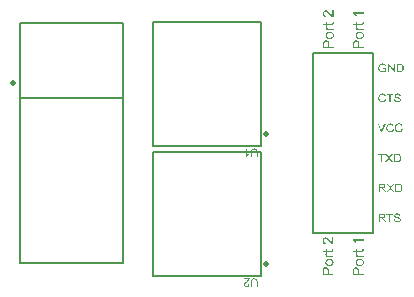
<source format=gto>
%FSLAX33Y33*%
%MOMM*%
%ADD10C,0.15*%
%ADD11C,0.5*%
%ADD12C,0.5*%
D10*
%LNtop silkscreen_traces*%
%LNtop silkscreen component 83f781a29e2f3094*%
G01*
X21577Y22725D02*
X21577Y12275D01*
X12423Y12275*
X12423Y22725*
X21577Y22725*
D11*
X21950Y13275D03*
G36*
X20794Y11309D02*
X20699Y11309D01*
X20699Y11723D01*
X20701Y11774D01*
X20705Y11820D01*
X20713Y11860D01*
X20724Y11894D01*
X20738Y11924D01*
X20758Y11952D01*
X20782Y11976D01*
X20812Y11997D01*
X20846Y12015D01*
X20885Y12027D01*
X20930Y12035D01*
X20979Y12037D01*
X21027Y12035D01*
X21070Y12029D01*
X21109Y12018D01*
X21143Y12003D01*
X21173Y11983D01*
X21198Y11960D01*
X21219Y11933D01*
X21235Y11902D01*
X21247Y11866D01*
X21255Y11825D01*
X21260Y11777D01*
X21262Y11723D01*
X21262Y11309D01*
X21167Y11309D01*
X21167Y11722D01*
X21166Y11766D01*
X21163Y11803D01*
X21158Y11835D01*
X21150Y11860D01*
X21140Y11881D01*
X21126Y11899D01*
X21110Y11915D01*
X21090Y11928D01*
X21068Y11938D01*
X21044Y11946D01*
X21017Y11950D01*
X20987Y11952D01*
X20939Y11949D01*
X20898Y11940D01*
X20864Y11925D01*
X20838Y11904D01*
X20819Y11875D01*
X20805Y11835D01*
X20797Y11784D01*
X20794Y11722D01*
X20794Y11309D01*
X20794Y11309D01*
X20246Y12025D02*
X20334Y12025D01*
X20334Y11465D01*
X20351Y11480D01*
X20371Y11495D01*
X20393Y11510D01*
X20417Y11525D01*
X20442Y11540D01*
X20466Y11552D01*
X20488Y11562D01*
X20510Y11571D01*
X20510Y11486D01*
X20474Y11468D01*
X20441Y11448D01*
X20410Y11426D01*
X20381Y11402D01*
X20355Y11377D01*
X20334Y11353D01*
X20316Y11330D01*
X20303Y11306D01*
X20246Y11306D01*
X20246Y12025D01*
X20246Y12025D01*
G37*
%LNtop silkscreen component 133d3bada370a9dd*%
D10*
X1157Y2340D02*
X1157Y22660D01*
X9843Y22660*
X9843Y2340*
X1157Y2340*
X1157Y16310D02*
X9843Y16310D01*
D12*
X0532Y17580D03*
%LNtop silkscreen component d35b117345b5d75e*%
D10*
X25960Y4880D02*
X25960Y20120D01*
X31040Y20120*
X31040Y4880*
X25960Y4880*
G36*
X31840Y18780D02*
X31840Y18865D01*
X32148Y18865D01*
X32148Y18596D01*
X32112Y18569D01*
X32076Y18546D01*
X32039Y18527D01*
X32001Y18511D01*
X31963Y18498D01*
X31925Y18489D01*
X31886Y18484D01*
X31847Y18482D01*
X31794Y18485D01*
X31744Y18493D01*
X31697Y18508D01*
X31652Y18528D01*
X31611Y18553D01*
X31575Y18584D01*
X31545Y18620D01*
X31520Y18661D01*
X31500Y18705D01*
X31486Y18752D01*
X31478Y18802D01*
X31475Y18855D01*
X31478Y18907D01*
X31486Y18957D01*
X31500Y19006D01*
X31519Y19053D01*
X31544Y19096D01*
X31574Y19133D01*
X31608Y19164D01*
X31647Y19189D01*
X31690Y19209D01*
X31737Y19223D01*
X31786Y19231D01*
X31839Y19234D01*
X31878Y19232D01*
X31914Y19228D01*
X31949Y19220D01*
X31982Y19209D01*
X32012Y19194D01*
X32039Y19178D01*
X32062Y19159D01*
X32082Y19137D01*
X32099Y19113D01*
X32114Y19085D01*
X32126Y19053D01*
X32137Y19018D01*
X32050Y18994D01*
X32041Y19021D01*
X32032Y19044D01*
X32021Y19064D01*
X32009Y19082D01*
X31996Y19097D01*
X31980Y19110D01*
X31961Y19122D01*
X31940Y19133D01*
X31917Y19141D01*
X31892Y19147D01*
X31867Y19151D01*
X31840Y19152D01*
X31808Y19150D01*
X31778Y19147D01*
X31751Y19140D01*
X31726Y19132D01*
X31703Y19121D01*
X31682Y19108D01*
X31664Y19094D01*
X31648Y19079D01*
X31634Y19062D01*
X31622Y19044D01*
X31611Y19026D01*
X31602Y19007D01*
X31590Y18972D01*
X31581Y18937D01*
X31576Y18899D01*
X31574Y18861D01*
X31576Y18814D01*
X31583Y18771D01*
X31593Y18733D01*
X31608Y18698D01*
X31626Y18667D01*
X31649Y18641D01*
X31675Y18619D01*
X31705Y18601D01*
X31738Y18587D01*
X31771Y18577D01*
X31806Y18571D01*
X31841Y18569D01*
X31872Y18570D01*
X31903Y18575D01*
X31933Y18582D01*
X31963Y18593D01*
X31991Y18605D01*
X32016Y18618D01*
X32036Y18631D01*
X32054Y18644D01*
X32054Y18780D01*
X31840Y18780D01*
X31840Y18780D01*
X32289Y18494D02*
X32289Y19222D01*
X32387Y19222D01*
X32769Y18651D01*
X32769Y19222D01*
X32862Y19222D01*
X32862Y18494D01*
X32763Y18494D01*
X32381Y19066D01*
X32381Y18494D01*
X32289Y18494D01*
X32289Y18494D01*
X33023Y18494D02*
X33023Y19222D01*
X33272Y19222D01*
X33272Y19136D01*
X33120Y19136D01*
X33120Y18580D01*
X33120Y18580D01*
X33275Y18580D01*
X33309Y18581D01*
X33339Y18584D01*
X33365Y18588D01*
X33388Y18594D01*
X33407Y18601D01*
X33425Y18610D01*
X33440Y18620D01*
X33453Y18631D01*
X33469Y18650D01*
X33483Y18671D01*
X33496Y18696D01*
X33506Y18723D01*
X33515Y18754D01*
X33521Y18787D01*
X33524Y18824D01*
X33525Y18863D01*
X33523Y18917D01*
X33516Y18964D01*
X33504Y19005D01*
X33488Y19039D01*
X33468Y19067D01*
X33447Y19090D01*
X33423Y19108D01*
X33397Y19121D01*
X33375Y19127D01*
X33346Y19132D01*
X33312Y19135D01*
X33272Y19136D01*
X33272Y19222D01*
X33274Y19222D01*
X33314Y19221D01*
X33349Y19219D01*
X33379Y19216D01*
X33403Y19211D01*
X33434Y19203D01*
X33461Y19191D01*
X33487Y19177D01*
X33510Y19159D01*
X33537Y19133D01*
X33560Y19104D01*
X33580Y19071D01*
X33596Y19035D01*
X33609Y18996D01*
X33618Y18954D01*
X33623Y18909D01*
X33625Y18862D01*
X33623Y18822D01*
X33620Y18784D01*
X33614Y18748D01*
X33605Y18715D01*
X33595Y18685D01*
X33583Y18657D01*
X33570Y18632D01*
X33556Y18609D01*
X33540Y18589D01*
X33524Y18572D01*
X33507Y18556D01*
X33489Y18543D01*
X33471Y18532D01*
X33450Y18522D01*
X33427Y18514D01*
X33403Y18507D01*
X33376Y18501D01*
X33348Y18497D01*
X33318Y18495D01*
X33286Y18494D01*
X33023Y18494D01*
X33023Y18494D01*
X31707Y13414D02*
X31425Y14142D01*
X31530Y14142D01*
X31719Y13613D01*
X31730Y13582D01*
X31740Y13552D01*
X31749Y13523D01*
X31757Y13494D01*
X31766Y13524D01*
X31775Y13554D01*
X31785Y13584D01*
X31796Y13613D01*
X31992Y14142D01*
X32091Y14142D01*
X31806Y13414D01*
X31707Y13414D01*
X31707Y13414D01*
X32696Y13669D02*
X32792Y13645D01*
X32774Y13589D01*
X32750Y13541D01*
X32720Y13499D01*
X32683Y13464D01*
X32642Y13437D01*
X32596Y13418D01*
X32546Y13406D01*
X32491Y13402D01*
X32435Y13405D01*
X32384Y13414D01*
X32339Y13429D01*
X32300Y13450D01*
X32265Y13476D01*
X32235Y13508D01*
X32209Y13546D01*
X32188Y13589D01*
X32171Y13635D01*
X32159Y13683D01*
X32152Y13732D01*
X32149Y13783D01*
X32152Y13838D01*
X32160Y13890D01*
X32174Y13938D01*
X32193Y13982D01*
X32217Y14021D01*
X32245Y14056D01*
X32278Y14086D01*
X32316Y14110D01*
X32357Y14129D01*
X32400Y14143D01*
X32445Y14151D01*
X32493Y14154D01*
X32545Y14151D01*
X32593Y14140D01*
X32637Y14123D01*
X32676Y14099D01*
X32711Y14068D01*
X32739Y14032D01*
X32762Y13990D01*
X32780Y13942D01*
X32685Y13920D01*
X32671Y13957D01*
X32654Y13989D01*
X32634Y14015D01*
X32612Y14036D01*
X32586Y14051D01*
X32557Y14063D01*
X32526Y14069D01*
X32491Y14072D01*
X32450Y14069D01*
X32414Y14062D01*
X32380Y14049D01*
X32350Y14032D01*
X32324Y14010D01*
X32303Y13984D01*
X32285Y13956D01*
X32271Y13924D01*
X32261Y13890D01*
X32254Y13855D01*
X32250Y13820D01*
X32249Y13784D01*
X32250Y13739D01*
X32255Y13697D01*
X32264Y13658D01*
X32276Y13622D01*
X32291Y13590D01*
X32310Y13562D01*
X32333Y13538D01*
X32360Y13519D01*
X32389Y13504D01*
X32419Y13493D01*
X32451Y13486D01*
X32483Y13484D01*
X32522Y13487D01*
X32558Y13496D01*
X32590Y13511D01*
X32620Y13531D01*
X32646Y13557D01*
X32667Y13589D01*
X32684Y13626D01*
X32696Y13669D01*
X32696Y13669D01*
X33430Y13669D02*
X33526Y13645D01*
X33508Y13589D01*
X33484Y13541D01*
X33453Y13499D01*
X33417Y13464D01*
X33376Y13437D01*
X33330Y13418D01*
X33279Y13406D01*
X33225Y13402D01*
X33169Y13405D01*
X33118Y13414D01*
X33073Y13429D01*
X33034Y13450D01*
X32999Y13476D01*
X32969Y13508D01*
X32943Y13546D01*
X32921Y13589D01*
X32905Y13635D01*
X32893Y13683D01*
X32885Y13732D01*
X32883Y13783D01*
X32886Y13838D01*
X32894Y13890D01*
X32907Y13938D01*
X32926Y13982D01*
X32950Y14021D01*
X32979Y14056D01*
X33012Y14086D01*
X33050Y14110D01*
X33091Y14129D01*
X33134Y14143D01*
X33179Y14151D01*
X33226Y14154D01*
X33279Y14151D01*
X33327Y14140D01*
X33370Y14123D01*
X33410Y14099D01*
X33444Y14068D01*
X33473Y14032D01*
X33496Y13990D01*
X33514Y13942D01*
X33419Y13920D01*
X33405Y13957D01*
X33388Y13989D01*
X33368Y14015D01*
X33345Y14036D01*
X33320Y14051D01*
X33291Y14063D01*
X33259Y14069D01*
X33224Y14072D01*
X33184Y14069D01*
X33147Y14062D01*
X33114Y14049D01*
X33084Y14032D01*
X33058Y14010D01*
X33036Y13984D01*
X33019Y13956D01*
X33005Y13924D01*
X32995Y13890D01*
X32988Y13855D01*
X32984Y13820D01*
X32982Y13784D01*
X32984Y13739D01*
X32989Y13697D01*
X32997Y13658D01*
X33009Y13622D01*
X33025Y13590D01*
X33044Y13562D01*
X33067Y13538D01*
X33093Y13519D01*
X33122Y13504D01*
X33153Y13493D01*
X33184Y13486D01*
X33217Y13484D01*
X33256Y13487D01*
X33292Y13496D01*
X33324Y13511D01*
X33354Y13531D01*
X33380Y13557D01*
X33401Y13589D01*
X33418Y13626D01*
X33430Y13669D01*
X33430Y13669D01*
X32018Y16209D02*
X32115Y16185D01*
X32096Y16129D01*
X32072Y16081D01*
X32042Y16039D01*
X32006Y16004D01*
X31964Y15977D01*
X31918Y15958D01*
X31868Y15946D01*
X31813Y15942D01*
X31757Y15945D01*
X31707Y15954D01*
X31662Y15969D01*
X31622Y15990D01*
X31588Y16016D01*
X31557Y16048D01*
X31531Y16086D01*
X31510Y16129D01*
X31493Y16175D01*
X31481Y16223D01*
X31474Y16272D01*
X31472Y16323D01*
X31474Y16378D01*
X31482Y16430D01*
X31496Y16478D01*
X31515Y16522D01*
X31539Y16561D01*
X31568Y16596D01*
X31601Y16626D01*
X31639Y16650D01*
X31680Y16669D01*
X31723Y16683D01*
X31768Y16691D01*
X31815Y16694D01*
X31867Y16691D01*
X31915Y16680D01*
X31959Y16663D01*
X31998Y16639D01*
X32033Y16608D01*
X32062Y16572D01*
X32085Y16530D01*
X32102Y16482D01*
X32007Y16460D01*
X31993Y16497D01*
X31976Y16529D01*
X31957Y16555D01*
X31934Y16576D01*
X31908Y16591D01*
X31880Y16603D01*
X31848Y16609D01*
X31813Y16612D01*
X31773Y16609D01*
X31736Y16602D01*
X31703Y16589D01*
X31673Y16572D01*
X31647Y16550D01*
X31625Y16524D01*
X31607Y16496D01*
X31594Y16464D01*
X31584Y16430D01*
X31577Y16395D01*
X31572Y16360D01*
X31571Y16324D01*
X31573Y16279D01*
X31578Y16237D01*
X31586Y16198D01*
X31598Y16162D01*
X31613Y16130D01*
X31632Y16102D01*
X31655Y16078D01*
X31682Y16059D01*
X31711Y16044D01*
X31741Y16033D01*
X31773Y16026D01*
X31805Y16024D01*
X31844Y16027D01*
X31880Y16036D01*
X31913Y16051D01*
X31942Y16071D01*
X31968Y16097D01*
X31989Y16129D01*
X32006Y16166D01*
X32018Y16209D01*
X32018Y16209D01*
X32418Y15954D02*
X32418Y16596D01*
X32179Y16596D01*
X32179Y16682D01*
X32755Y16682D01*
X32755Y16596D01*
X32514Y16596D01*
X32514Y15954D01*
X32418Y15954D01*
X32418Y15954D01*
X32821Y16188D02*
X32912Y16196D01*
X32916Y16170D01*
X32922Y16146D01*
X32931Y16125D01*
X32942Y16106D01*
X32955Y16090D01*
X32972Y16075D01*
X32992Y16062D01*
X33015Y16050D01*
X33041Y16040D01*
X33068Y16034D01*
X33096Y16030D01*
X33127Y16028D01*
X33153Y16029D01*
X33178Y16032D01*
X33202Y16038D01*
X33224Y16045D01*
X33244Y16054D01*
X33261Y16064D01*
X33275Y16076D01*
X33287Y16090D01*
X33296Y16104D01*
X33302Y16119D01*
X33306Y16135D01*
X33307Y16152D01*
X33306Y16168D01*
X33302Y16184D01*
X33296Y16198D01*
X33287Y16212D01*
X33276Y16224D01*
X33261Y16235D01*
X33243Y16245D01*
X33222Y16255D01*
X33203Y16261D01*
X33175Y16269D01*
X33138Y16279D01*
X33092Y16290D01*
X33046Y16302D01*
X33007Y16313D01*
X32976Y16325D01*
X32952Y16335D01*
X32928Y16350D01*
X32906Y16366D01*
X32889Y16384D01*
X32874Y16403D01*
X32863Y16424D01*
X32855Y16446D01*
X32850Y16469D01*
X32849Y16494D01*
X32851Y16521D01*
X32857Y16547D01*
X32866Y16572D01*
X32880Y16597D01*
X32897Y16619D01*
X32918Y16639D01*
X32943Y16655D01*
X32971Y16669D01*
X33002Y16680D01*
X33035Y16688D01*
X33069Y16693D01*
X33105Y16694D01*
X33144Y16692D01*
X33181Y16688D01*
X33215Y16679D01*
X33247Y16668D01*
X33276Y16653D01*
X33302Y16636D01*
X33324Y16615D01*
X33342Y16591D01*
X33357Y16565D01*
X33368Y16537D01*
X33375Y16508D01*
X33378Y16477D01*
X33286Y16470D01*
X33280Y16502D01*
X33269Y16530D01*
X33255Y16554D01*
X33235Y16574D01*
X33211Y16589D01*
X33182Y16600D01*
X33148Y16607D01*
X33109Y16609D01*
X33068Y16607D01*
X33033Y16601D01*
X33004Y16591D01*
X32981Y16577D01*
X32964Y16560D01*
X32951Y16542D01*
X32944Y16522D01*
X32942Y16500D01*
X32943Y16481D01*
X32949Y16464D01*
X32957Y16449D01*
X32970Y16436D01*
X32989Y16423D01*
X33020Y16410D01*
X33062Y16397D01*
X33115Y16384D01*
X33169Y16371D01*
X33214Y16359D01*
X33249Y16348D01*
X33276Y16337D01*
X33306Y16322D01*
X33331Y16304D01*
X33352Y16285D01*
X33370Y16263D01*
X33383Y16240D01*
X33392Y16215D01*
X33398Y16188D01*
X33400Y16160D01*
X33398Y16131D01*
X33392Y16103D01*
X33381Y16076D01*
X33367Y16050D01*
X33348Y16026D01*
X33326Y16005D01*
X33300Y15986D01*
X33271Y15971D01*
X33239Y15958D01*
X33205Y15949D01*
X33169Y15944D01*
X33131Y15942D01*
X33084Y15944D01*
X33040Y15949D01*
X33001Y15958D01*
X32966Y15971D01*
X32934Y15987D01*
X32906Y16007D01*
X32882Y16030D01*
X32861Y16057D01*
X32844Y16087D01*
X32832Y16119D01*
X32824Y16153D01*
X32821Y16188D01*
X32821Y16188D01*
X31684Y10874D02*
X31684Y11516D01*
X31445Y11516D01*
X31445Y11602D01*
X32021Y11602D01*
X32021Y11516D01*
X31781Y11516D01*
X31781Y10874D01*
X31684Y10874D01*
X31684Y10874D01*
X32046Y10874D02*
X32327Y11253D01*
X32079Y11602D01*
X32194Y11602D01*
X32326Y11415D01*
X32345Y11388D01*
X32361Y11364D01*
X32374Y11343D01*
X32384Y11326D01*
X32397Y11346D01*
X32411Y11366D01*
X32426Y11387D01*
X32442Y11409D01*
X32588Y11602D01*
X32693Y11602D01*
X32437Y11259D01*
X32713Y10874D01*
X32594Y10874D01*
X32411Y11134D01*
X32403Y11145D01*
X32395Y11157D01*
X32387Y11170D01*
X32379Y11182D01*
X32368Y11164D01*
X32358Y11149D01*
X32350Y11137D01*
X32344Y11128D01*
X32162Y10874D01*
X32046Y10874D01*
X32046Y10874D01*
X32798Y10874D02*
X32798Y11602D01*
X33047Y11602D01*
X33047Y11516D01*
X32894Y11516D01*
X32894Y10960D01*
X32894Y10960D01*
X33049Y10960D01*
X33083Y10961D01*
X33113Y10964D01*
X33140Y10968D01*
X33162Y10974D01*
X33181Y10981D01*
X33199Y10990D01*
X33214Y11000D01*
X33227Y11011D01*
X33243Y11030D01*
X33258Y11051D01*
X33270Y11076D01*
X33281Y11103D01*
X33289Y11134D01*
X33295Y11167D01*
X33299Y11204D01*
X33300Y11243D01*
X33297Y11297D01*
X33290Y11344D01*
X33279Y11385D01*
X33262Y11419D01*
X33243Y11447D01*
X33221Y11470D01*
X33197Y11488D01*
X33171Y11501D01*
X33149Y11507D01*
X33121Y11512D01*
X33087Y11515D01*
X33047Y11516D01*
X33047Y11602D01*
X33048Y11602D01*
X33088Y11601D01*
X33123Y11599D01*
X33153Y11596D01*
X33178Y11591D01*
X33208Y11583D01*
X33236Y11571D01*
X33261Y11557D01*
X33284Y11539D01*
X33311Y11513D01*
X33335Y11484D01*
X33354Y11451D01*
X33370Y11415D01*
X33383Y11376D01*
X33392Y11334D01*
X33397Y11289D01*
X33399Y11242D01*
X33398Y11202D01*
X33394Y11164D01*
X33388Y11128D01*
X33380Y11095D01*
X33369Y11065D01*
X33357Y11037D01*
X33344Y11012D01*
X33330Y10989D01*
X33314Y10969D01*
X33298Y10952D01*
X33281Y10936D01*
X33264Y10923D01*
X33245Y10912D01*
X33224Y10902D01*
X33201Y10894D01*
X33177Y10887D01*
X33151Y10881D01*
X33122Y10877D01*
X33092Y10875D01*
X33060Y10874D01*
X32798Y10874D01*
X32798Y10874D01*
X31501Y8334D02*
X31501Y9062D01*
X31823Y9062D01*
X31869Y9060D01*
X31909Y9057D01*
X31943Y9051D01*
X31971Y9042D01*
X31995Y9030D01*
X32017Y9015D01*
X32036Y8996D01*
X32052Y8973D01*
X32065Y8947D01*
X32075Y8921D01*
X32080Y8893D01*
X32082Y8863D01*
X32079Y8826D01*
X32070Y8792D01*
X32054Y8761D01*
X32032Y8733D01*
X32004Y8709D01*
X31968Y8689D01*
X31926Y8675D01*
X31902Y8670D01*
X31887Y8748D01*
X31907Y8754D01*
X31925Y8762D01*
X31940Y8772D01*
X31953Y8784D01*
X31964Y8798D01*
X31972Y8813D01*
X31978Y8829D01*
X31982Y8846D01*
X31983Y8863D01*
X31981Y8888D01*
X31974Y8910D01*
X31962Y8930D01*
X31946Y8948D01*
X31924Y8963D01*
X31897Y8973D01*
X31865Y8979D01*
X31827Y8981D01*
X31597Y8981D01*
X31597Y8741D01*
X31597Y8741D01*
X31804Y8741D01*
X31835Y8742D01*
X31863Y8744D01*
X31887Y8748D01*
X31902Y8670D01*
X31877Y8665D01*
X31895Y8656D01*
X31911Y8647D01*
X31924Y8638D01*
X31935Y8629D01*
X31956Y8609D01*
X31977Y8586D01*
X31996Y8560D01*
X32015Y8532D01*
X32142Y8334D01*
X32021Y8334D01*
X31925Y8486D01*
X31904Y8517D01*
X31886Y8544D01*
X31870Y8567D01*
X31855Y8586D01*
X31842Y8602D01*
X31829Y8615D01*
X31817Y8626D01*
X31806Y8635D01*
X31795Y8641D01*
X31784Y8646D01*
X31773Y8651D01*
X31762Y8654D01*
X31753Y8655D01*
X31741Y8656D01*
X31726Y8657D01*
X31709Y8657D01*
X31597Y8657D01*
X31597Y8334D01*
X31501Y8334D01*
X31501Y8334D01*
X32159Y8334D02*
X32440Y8713D01*
X32192Y9062D01*
X32307Y9062D01*
X32439Y8875D01*
X32458Y8848D01*
X32474Y8824D01*
X32487Y8803D01*
X32498Y8786D01*
X32510Y8806D01*
X32524Y8826D01*
X32539Y8847D01*
X32555Y8869D01*
X32701Y9062D01*
X32806Y9062D01*
X32551Y8719D01*
X32826Y8334D01*
X32707Y8334D01*
X32524Y8594D01*
X32516Y8605D01*
X32508Y8617D01*
X32500Y8630D01*
X32492Y8642D01*
X32481Y8624D01*
X32471Y8609D01*
X32463Y8597D01*
X32457Y8588D01*
X32275Y8334D01*
X32159Y8334D01*
X32159Y8334D01*
X32911Y8334D02*
X32911Y9062D01*
X33160Y9062D01*
X33160Y8976D01*
X33007Y8976D01*
X33007Y8420D01*
X33007Y8420D01*
X33162Y8420D01*
X33196Y8421D01*
X33226Y8424D01*
X33253Y8428D01*
X33275Y8434D01*
X33295Y8441D01*
X33312Y8450D01*
X33327Y8460D01*
X33340Y8471D01*
X33357Y8490D01*
X33371Y8511D01*
X33383Y8536D01*
X33394Y8563D01*
X33402Y8594D01*
X33408Y8627D01*
X33412Y8664D01*
X33413Y8703D01*
X33410Y8757D01*
X33403Y8804D01*
X33392Y8845D01*
X33375Y8879D01*
X33356Y8907D01*
X33334Y8930D01*
X33310Y8948D01*
X33284Y8961D01*
X33262Y8967D01*
X33234Y8972D01*
X33200Y8975D01*
X33160Y8976D01*
X33160Y9062D01*
X33161Y9062D01*
X33201Y9061D01*
X33236Y9059D01*
X33266Y9056D01*
X33291Y9051D01*
X33321Y9043D01*
X33349Y9031D01*
X33374Y9017D01*
X33397Y8999D01*
X33424Y8973D01*
X33448Y8944D01*
X33467Y8911D01*
X33484Y8875D01*
X33496Y8836D01*
X33505Y8794D01*
X33510Y8749D01*
X33512Y8702D01*
X33511Y8662D01*
X33507Y8624D01*
X33501Y8588D01*
X33493Y8555D01*
X33482Y8525D01*
X33471Y8497D01*
X33458Y8472D01*
X33443Y8449D01*
X33428Y8429D01*
X33411Y8412D01*
X33394Y8396D01*
X33377Y8383D01*
X33358Y8372D01*
X33337Y8362D01*
X33315Y8354D01*
X33290Y8347D01*
X33264Y8341D01*
X33235Y8338D01*
X33205Y8335D01*
X33173Y8334D01*
X32911Y8334D01*
X32911Y8334D01*
X31501Y5794D02*
X31501Y6522D01*
X31823Y6522D01*
X31869Y6520D01*
X31909Y6517D01*
X31943Y6511D01*
X31971Y6502D01*
X31995Y6490D01*
X32017Y6475D01*
X32036Y6456D01*
X32052Y6433D01*
X32065Y6407D01*
X32075Y6381D01*
X32080Y6353D01*
X32082Y6323D01*
X32079Y6286D01*
X32070Y6252D01*
X32054Y6221D01*
X32032Y6193D01*
X32004Y6169D01*
X31968Y6149D01*
X31926Y6135D01*
X31902Y6130D01*
X31887Y6208D01*
X31907Y6214D01*
X31925Y6222D01*
X31940Y6232D01*
X31953Y6244D01*
X31964Y6258D01*
X31972Y6273D01*
X31978Y6289D01*
X31982Y6306D01*
X31983Y6323D01*
X31981Y6348D01*
X31974Y6370D01*
X31962Y6390D01*
X31946Y6408D01*
X31924Y6423D01*
X31897Y6433D01*
X31865Y6439D01*
X31827Y6441D01*
X31597Y6441D01*
X31597Y6201D01*
X31597Y6201D01*
X31804Y6201D01*
X31835Y6202D01*
X31863Y6204D01*
X31887Y6208D01*
X31902Y6130D01*
X31877Y6125D01*
X31895Y6116D01*
X31911Y6107D01*
X31924Y6098D01*
X31935Y6089D01*
X31956Y6069D01*
X31977Y6046D01*
X31996Y6020D01*
X32015Y5992D01*
X32142Y5794D01*
X32021Y5794D01*
X31925Y5946D01*
X31904Y5977D01*
X31886Y6004D01*
X31870Y6027D01*
X31855Y6046D01*
X31842Y6062D01*
X31829Y6075D01*
X31817Y6086D01*
X31806Y6095D01*
X31795Y6101D01*
X31784Y6106D01*
X31773Y6111D01*
X31762Y6114D01*
X31753Y6115D01*
X31741Y6116D01*
X31726Y6117D01*
X31709Y6117D01*
X31597Y6117D01*
X31597Y5794D01*
X31501Y5794D01*
X31501Y5794D01*
X32400Y5794D02*
X32400Y6436D01*
X32160Y6436D01*
X32160Y6522D01*
X32737Y6522D01*
X32737Y6436D01*
X32496Y6436D01*
X32496Y5794D01*
X32400Y5794D01*
X32400Y5794D01*
X32803Y6028D02*
X32893Y6036D01*
X32898Y6010D01*
X32904Y5986D01*
X32913Y5965D01*
X32923Y5946D01*
X32937Y5930D01*
X32953Y5915D01*
X32973Y5902D01*
X32997Y5890D01*
X33022Y5880D01*
X33049Y5874D01*
X33078Y5870D01*
X33108Y5868D01*
X33135Y5869D01*
X33160Y5872D01*
X33184Y5878D01*
X33205Y5885D01*
X33225Y5894D01*
X33242Y5904D01*
X33257Y5916D01*
X33268Y5930D01*
X33277Y5944D01*
X33284Y5959D01*
X33288Y5975D01*
X33289Y5992D01*
X33288Y6008D01*
X33284Y6024D01*
X33278Y6038D01*
X33269Y6052D01*
X33257Y6064D01*
X33243Y6075D01*
X33225Y6085D01*
X33203Y6095D01*
X33184Y6101D01*
X33156Y6109D01*
X33120Y6119D01*
X33074Y6130D01*
X33028Y6142D01*
X32989Y6153D01*
X32957Y6165D01*
X32934Y6175D01*
X32909Y6190D01*
X32888Y6206D01*
X32870Y6224D01*
X32856Y6243D01*
X32845Y6264D01*
X32837Y6286D01*
X32832Y6309D01*
X32830Y6334D01*
X32832Y6361D01*
X32838Y6387D01*
X32848Y6412D01*
X32862Y6437D01*
X32879Y6459D01*
X32900Y6479D01*
X32925Y6495D01*
X32953Y6509D01*
X32984Y6520D01*
X33016Y6528D01*
X33051Y6533D01*
X33086Y6534D01*
X33126Y6532D01*
X33162Y6528D01*
X33197Y6519D01*
X33229Y6508D01*
X33258Y6493D01*
X33284Y6476D01*
X33306Y6455D01*
X33324Y6431D01*
X33339Y6405D01*
X33350Y6377D01*
X33357Y6348D01*
X33360Y6317D01*
X33267Y6310D01*
X33262Y6342D01*
X33251Y6370D01*
X33236Y6394D01*
X33217Y6414D01*
X33193Y6429D01*
X33164Y6440D01*
X33130Y6447D01*
X33090Y6449D01*
X33050Y6447D01*
X33015Y6441D01*
X32986Y6431D01*
X32963Y6417D01*
X32946Y6400D01*
X32933Y6382D01*
X32926Y6362D01*
X32923Y6340D01*
X32925Y6321D01*
X32930Y6304D01*
X32939Y6289D01*
X32951Y6276D01*
X32971Y6263D01*
X33002Y6250D01*
X33043Y6237D01*
X33097Y6224D01*
X33151Y6211D01*
X33195Y6199D01*
X33231Y6188D01*
X33258Y6177D01*
X33287Y6162D01*
X33313Y6144D01*
X33334Y6125D01*
X33351Y6103D01*
X33365Y6080D01*
X33374Y6055D01*
X33380Y6028D01*
X33382Y6000D01*
X33379Y5971D01*
X33373Y5943D01*
X33363Y5916D01*
X33348Y5890D01*
X33330Y5866D01*
X33308Y5845D01*
X33282Y5826D01*
X33253Y5811D01*
X33221Y5798D01*
X33187Y5789D01*
X33151Y5784D01*
X33113Y5782D01*
X33065Y5784D01*
X33022Y5789D01*
X32983Y5798D01*
X32947Y5811D01*
X32916Y5827D01*
X32888Y5847D01*
X32863Y5870D01*
X32843Y5897D01*
X32826Y5927D01*
X32814Y5959D01*
X32806Y5993D01*
X32803Y6028D01*
X32803Y6028D01*
G37*
%LNtop silkscreen component f409f684f8f2d29e*%
X21577Y11725D02*
X21577Y1275D01*
X12423Y1275*
X12423Y11725*
X21577Y11725*
D11*
X21950Y2275D03*
G36*
X20794Y0309D02*
X20699Y0309D01*
X20699Y0723D01*
X20701Y0774D01*
X20705Y0820D01*
X20713Y0860D01*
X20724Y0894D01*
X20738Y0924D01*
X20758Y0952D01*
X20782Y0976D01*
X20812Y0997D01*
X20846Y1015D01*
X20885Y1027D01*
X20930Y1035D01*
X20979Y1037D01*
X21027Y1035D01*
X21070Y1029D01*
X21109Y1018D01*
X21143Y1003D01*
X21173Y0983D01*
X21198Y0960D01*
X21219Y0933D01*
X21235Y0902D01*
X21247Y0866D01*
X21255Y0825D01*
X21260Y0777D01*
X21262Y0723D01*
X21262Y0309D01*
X21167Y0309D01*
X21167Y0722D01*
X21166Y0766D01*
X21163Y0803D01*
X21158Y0835D01*
X21150Y0860D01*
X21140Y0881D01*
X21126Y0899D01*
X21110Y0915D01*
X21090Y0928D01*
X21068Y0938D01*
X21044Y0946D01*
X21017Y0950D01*
X20987Y0952D01*
X20939Y0949D01*
X20898Y0940D01*
X20864Y0925D01*
X20838Y0904D01*
X20819Y0875D01*
X20805Y0835D01*
X20797Y0784D01*
X20794Y0722D01*
X20794Y0309D01*
X20794Y0309D01*
X20115Y0941D02*
X20115Y1025D01*
X20588Y1025D01*
X20588Y1009D01*
X20586Y0994D01*
X20583Y0979D01*
X20578Y0964D01*
X20568Y0940D01*
X20555Y0916D01*
X20539Y0892D01*
X20520Y0869D01*
X20498Y0844D01*
X20472Y0818D01*
X20441Y0790D01*
X20405Y0760D01*
X20352Y0715D01*
X20307Y0675D01*
X20273Y0639D01*
X20247Y0609D01*
X20230Y0581D01*
X20217Y0554D01*
X20209Y0528D01*
X20206Y0503D01*
X20209Y0478D01*
X20216Y0455D01*
X20227Y0434D01*
X20244Y0415D01*
X20264Y0399D01*
X20287Y0388D01*
X20313Y0381D01*
X20341Y0379D01*
X20371Y0381D01*
X20398Y0389D01*
X20422Y0400D01*
X20443Y0417D01*
X20459Y0438D01*
X20471Y0463D01*
X20479Y0491D01*
X20481Y0523D01*
X20572Y0513D01*
X20564Y0466D01*
X20550Y0424D01*
X20529Y0389D01*
X20502Y0359D01*
X20469Y0336D01*
X20431Y0319D01*
X20388Y0310D01*
X20339Y0306D01*
X20290Y0310D01*
X20247Y0321D01*
X20209Y0338D01*
X20176Y0363D01*
X20150Y0394D01*
X20131Y0427D01*
X20120Y0464D01*
X20116Y0505D01*
X20117Y0526D01*
X20121Y0548D01*
X20126Y0569D01*
X20134Y0589D01*
X20144Y0610D01*
X20157Y0632D01*
X20173Y0654D01*
X20192Y0677D01*
X20216Y0702D01*
X20246Y0731D01*
X20284Y0765D01*
X20328Y0803D01*
X20364Y0833D01*
X20392Y0859D01*
X20414Y0878D01*
X20429Y0893D01*
X20440Y0905D01*
X20450Y0917D01*
X20458Y0929D01*
X20466Y0941D01*
X20115Y0941D01*
X20115Y0941D01*
G37*
%LNtext*%
G36*
X30234Y1289D02*
X29325Y1289D01*
X29325Y1632D01*
X29325Y1674D01*
X29327Y1711D01*
X29330Y1743D01*
X29334Y1770D01*
X29340Y1802D01*
X29350Y1831D01*
X29362Y1858D01*
X29376Y1882D01*
X29393Y1904D01*
X29414Y1923D01*
X29437Y1940D01*
X29464Y1955D01*
X29493Y1967D01*
X29523Y1976D01*
X29555Y1981D01*
X29588Y1982D01*
X29644Y1978D01*
X29695Y1964D01*
X29742Y1941D01*
X29784Y1909D01*
X29819Y1864D01*
X29844Y1805D01*
X29859Y1731D01*
X29861Y1704D01*
X29754Y1698D01*
X29746Y1744D01*
X29733Y1781D01*
X29714Y1809D01*
X29690Y1831D01*
X29661Y1846D01*
X29629Y1855D01*
X29592Y1858D01*
X29564Y1857D01*
X29539Y1851D01*
X29515Y1842D01*
X29494Y1830D01*
X29475Y1814D01*
X29460Y1796D01*
X29448Y1776D01*
X29440Y1754D01*
X29437Y1735D01*
X29434Y1710D01*
X29433Y1679D01*
X29432Y1641D01*
X29432Y1409D01*
X29757Y1409D01*
X29757Y1409D01*
X29757Y1644D01*
X29754Y1698D01*
X29861Y1704D01*
X29864Y1642D01*
X29864Y1409D01*
X30234Y1409D01*
X30234Y1289D01*
X30234Y1289D01*
X29905Y2080D02*
X29819Y2086D01*
X29746Y2105D01*
X29684Y2137D01*
X29634Y2182D01*
X29602Y2226D01*
X29579Y2276D01*
X29565Y2330D01*
X29561Y2389D01*
X29566Y2453D01*
X29583Y2512D01*
X29611Y2564D01*
X29650Y2611D01*
X29698Y2648D01*
X29756Y2675D01*
X29821Y2691D01*
X29895Y2697D01*
X29956Y2695D01*
X30009Y2687D01*
X30056Y2675D01*
X30095Y2659D01*
X30130Y2638D01*
X30160Y2612D01*
X30186Y2582D01*
X30209Y2548D01*
X30226Y2510D01*
X30239Y2472D01*
X30246Y2431D01*
X30249Y2389D01*
X30248Y2381D01*
X30157Y2389D01*
X30153Y2428D01*
X30141Y2465D01*
X30122Y2498D01*
X30094Y2527D01*
X30058Y2551D01*
X30014Y2568D01*
X29962Y2579D01*
X29901Y2582D01*
X29844Y2579D01*
X29794Y2568D01*
X29751Y2551D01*
X29716Y2527D01*
X29688Y2497D01*
X29669Y2464D01*
X29657Y2428D01*
X29653Y2389D01*
X29657Y2349D01*
X29669Y2312D01*
X29688Y2279D01*
X29716Y2250D01*
X29751Y2226D01*
X29794Y2208D01*
X29845Y2198D01*
X29905Y2195D01*
X29905Y2195D01*
X29964Y2198D01*
X30015Y2208D01*
X30059Y2226D01*
X30094Y2250D01*
X30122Y2279D01*
X30141Y2312D01*
X30153Y2349D01*
X30157Y2389D01*
X30248Y2381D01*
X30243Y2323D01*
X30227Y2264D01*
X30199Y2211D01*
X30160Y2165D01*
X30111Y2128D01*
X30052Y2101D01*
X29983Y2085D01*
X29905Y2080D01*
X29905Y2080D01*
X30234Y2826D02*
X29575Y2826D01*
X29575Y2927D01*
X29675Y2927D01*
X29643Y2946D01*
X29617Y2964D01*
X29597Y2981D01*
X29583Y2998D01*
X29573Y3015D01*
X29566Y3032D01*
X29562Y3050D01*
X29561Y3070D01*
X29563Y3098D01*
X29570Y3126D01*
X29581Y3155D01*
X29597Y3184D01*
X29700Y3146D01*
X29689Y3125D01*
X29682Y3105D01*
X29677Y3084D01*
X29676Y3064D01*
X29677Y3046D01*
X29681Y3029D01*
X29688Y3013D01*
X29698Y2998D01*
X29710Y2985D01*
X29724Y2973D01*
X29741Y2964D01*
X29759Y2957D01*
X29789Y2949D01*
X29821Y2943D01*
X29855Y2939D01*
X29889Y2938D01*
X30234Y2938D01*
X30234Y2826D01*
X30234Y2826D01*
X30134Y3494D02*
X30233Y3510D01*
X30237Y3488D01*
X30240Y3466D01*
X30242Y3445D01*
X30243Y3426D01*
X30241Y3397D01*
X30238Y3372D01*
X30232Y3350D01*
X30223Y3332D01*
X30213Y3316D01*
X30201Y3303D01*
X30188Y3293D01*
X30173Y3285D01*
X30153Y3279D01*
X30124Y3275D01*
X30087Y3272D01*
X30041Y3271D01*
X29662Y3271D01*
X29662Y3189D01*
X29575Y3189D01*
X29575Y3271D01*
X29412Y3271D01*
X29345Y3382D01*
X29575Y3382D01*
X29575Y3494D01*
X29662Y3494D01*
X29662Y3382D01*
X30047Y3382D01*
X30069Y3382D01*
X30087Y3384D01*
X30100Y3385D01*
X30109Y3388D01*
X30115Y3391D01*
X30121Y3396D01*
X30126Y3401D01*
X30130Y3407D01*
X30134Y3415D01*
X30136Y3423D01*
X30138Y3434D01*
X30139Y3445D01*
X30138Y3455D01*
X30137Y3467D01*
X30136Y3480D01*
X30134Y3494D01*
X30134Y3494D01*
X30234Y4346D02*
X30234Y4234D01*
X29523Y4234D01*
X29542Y4212D01*
X29561Y4188D01*
X29580Y4160D01*
X29600Y4128D01*
X29618Y4097D01*
X29633Y4066D01*
X29646Y4038D01*
X29657Y4011D01*
X29549Y4011D01*
X29526Y4056D01*
X29501Y4099D01*
X29473Y4138D01*
X29443Y4175D01*
X29412Y4207D01*
X29381Y4234D01*
X29351Y4257D01*
X29321Y4274D01*
X29321Y4346D01*
X30234Y4346D01*
X30234Y4346D01*
X27697Y20514D02*
X26788Y20514D01*
X26788Y20857D01*
X26788Y20899D01*
X26790Y20937D01*
X26793Y20969D01*
X26797Y20995D01*
X26803Y21027D01*
X26813Y21057D01*
X26825Y21083D01*
X26839Y21107D01*
X26856Y21129D01*
X26877Y21148D01*
X26900Y21165D01*
X26927Y21180D01*
X26956Y21192D01*
X26986Y21201D01*
X27018Y21206D01*
X27051Y21208D01*
X27107Y21203D01*
X27158Y21189D01*
X27205Y21166D01*
X27247Y21134D01*
X27282Y21090D01*
X27307Y21031D01*
X27322Y20956D01*
X27324Y20929D01*
X27217Y20923D01*
X27209Y20969D01*
X27196Y21006D01*
X27177Y21035D01*
X27153Y21056D01*
X27124Y21072D01*
X27092Y21081D01*
X27055Y21084D01*
X27027Y21082D01*
X27002Y21077D01*
X26978Y21068D01*
X26957Y21055D01*
X26938Y21039D01*
X26923Y21022D01*
X26911Y21001D01*
X26903Y20979D01*
X26900Y20961D01*
X26897Y20936D01*
X26896Y20905D01*
X26895Y20867D01*
X26895Y20634D01*
X27220Y20634D01*
X27220Y20634D01*
X27220Y20869D01*
X27217Y20923D01*
X27324Y20929D01*
X27327Y20867D01*
X27327Y20634D01*
X27697Y20634D01*
X27697Y20514D01*
X27697Y20514D01*
X27368Y21305D02*
X27282Y21312D01*
X27209Y21331D01*
X27147Y21362D01*
X27097Y21407D01*
X27065Y21452D01*
X27042Y21501D01*
X27028Y21555D01*
X27024Y21614D01*
X27029Y21679D01*
X27046Y21737D01*
X27074Y21790D01*
X27113Y21836D01*
X27161Y21874D01*
X27219Y21901D01*
X27284Y21917D01*
X27358Y21922D01*
X27419Y21920D01*
X27472Y21913D01*
X27519Y21901D01*
X27558Y21884D01*
X27593Y21863D01*
X27623Y21837D01*
X27649Y21807D01*
X27672Y21773D01*
X27689Y21736D01*
X27702Y21697D01*
X27709Y21656D01*
X27712Y21614D01*
X27711Y21606D01*
X27620Y21614D01*
X27616Y21654D01*
X27604Y21690D01*
X27585Y21723D01*
X27557Y21752D01*
X27521Y21777D01*
X27477Y21794D01*
X27425Y21804D01*
X27364Y21808D01*
X27307Y21804D01*
X27257Y21794D01*
X27214Y21776D01*
X27179Y21752D01*
X27151Y21723D01*
X27132Y21690D01*
X27120Y21654D01*
X27116Y21614D01*
X27120Y21574D01*
X27132Y21538D01*
X27151Y21505D01*
X27179Y21475D01*
X27214Y21451D01*
X27257Y21434D01*
X27308Y21423D01*
X27368Y21420D01*
X27368Y21420D01*
X27427Y21423D01*
X27478Y21434D01*
X27522Y21451D01*
X27557Y21475D01*
X27585Y21505D01*
X27604Y21538D01*
X27616Y21574D01*
X27620Y21614D01*
X27711Y21606D01*
X27706Y21548D01*
X27690Y21489D01*
X27662Y21436D01*
X27623Y21391D01*
X27574Y21353D01*
X27515Y21327D01*
X27446Y21311D01*
X27368Y21305D01*
X27368Y21305D01*
X27697Y22052D02*
X27038Y22052D01*
X27038Y22152D01*
X27138Y22152D01*
X27106Y22171D01*
X27080Y22189D01*
X27060Y22207D01*
X27046Y22223D01*
X27036Y22240D01*
X27029Y22258D01*
X27025Y22276D01*
X27024Y22295D01*
X27026Y22323D01*
X27033Y22352D01*
X27044Y22381D01*
X27060Y22410D01*
X27163Y22371D01*
X27152Y22351D01*
X27145Y22330D01*
X27140Y22310D01*
X27139Y22289D01*
X27140Y22272D01*
X27144Y22255D01*
X27151Y22239D01*
X27161Y22224D01*
X27173Y22210D01*
X27187Y22199D01*
X27204Y22189D01*
X27222Y22182D01*
X27252Y22174D01*
X27284Y22168D01*
X27318Y22165D01*
X27352Y22164D01*
X27697Y22164D01*
X27697Y22052D01*
X27697Y22052D01*
X27597Y22720D02*
X27696Y22736D01*
X27700Y22713D01*
X27703Y22691D01*
X27705Y22671D01*
X27706Y22652D01*
X27704Y22623D01*
X27701Y22598D01*
X27695Y22576D01*
X27686Y22557D01*
X27676Y22542D01*
X27664Y22529D01*
X27651Y22518D01*
X27636Y22510D01*
X27616Y22504D01*
X27587Y22500D01*
X27550Y22497D01*
X27504Y22497D01*
X27125Y22497D01*
X27125Y22415D01*
X27038Y22415D01*
X27038Y22497D01*
X26875Y22497D01*
X26808Y22608D01*
X27038Y22608D01*
X27038Y22720D01*
X27125Y22720D01*
X27125Y22608D01*
X27510Y22608D01*
X27532Y22608D01*
X27550Y22609D01*
X27563Y22611D01*
X27572Y22613D01*
X27578Y22617D01*
X27584Y22621D01*
X27589Y22626D01*
X27593Y22633D01*
X27597Y22640D01*
X27599Y22649D01*
X27601Y22659D01*
X27602Y22671D01*
X27601Y22681D01*
X27600Y22692D01*
X27599Y22705D01*
X27597Y22720D01*
X27597Y22720D01*
X27590Y23737D02*
X27697Y23737D01*
X27697Y23136D01*
X27677Y23137D01*
X27657Y23139D01*
X27638Y23143D01*
X27619Y23149D01*
X27589Y23163D01*
X27559Y23179D01*
X27528Y23199D01*
X27499Y23223D01*
X27468Y23251D01*
X27434Y23285D01*
X27399Y23324D01*
X27361Y23369D01*
X27303Y23437D01*
X27252Y23493D01*
X27207Y23537D01*
X27168Y23569D01*
X27133Y23592D01*
X27099Y23608D01*
X27066Y23618D01*
X27034Y23621D01*
X27002Y23618D01*
X26973Y23610D01*
X26946Y23595D01*
X26922Y23574D01*
X26902Y23548D01*
X26888Y23519D01*
X26879Y23487D01*
X26877Y23450D01*
X26880Y23412D01*
X26889Y23378D01*
X26904Y23347D01*
X26925Y23321D01*
X26951Y23300D01*
X26983Y23285D01*
X27018Y23276D01*
X27059Y23272D01*
X27047Y23158D01*
X26987Y23167D01*
X26934Y23186D01*
X26889Y23212D01*
X26851Y23246D01*
X26822Y23288D01*
X26801Y23336D01*
X26788Y23391D01*
X26784Y23453D01*
X26789Y23515D01*
X26802Y23570D01*
X26825Y23618D01*
X26857Y23660D01*
X26895Y23693D01*
X26938Y23717D01*
X26985Y23731D01*
X27037Y23736D01*
X27064Y23735D01*
X27091Y23731D01*
X27117Y23724D01*
X27144Y23714D01*
X27171Y23701D01*
X27198Y23684D01*
X27226Y23664D01*
X27255Y23640D01*
X27287Y23609D01*
X27324Y23571D01*
X27367Y23523D01*
X27415Y23468D01*
X27454Y23422D01*
X27486Y23385D01*
X27511Y23357D01*
X27529Y23339D01*
X27544Y23325D01*
X27559Y23313D01*
X27575Y23301D01*
X27590Y23291D01*
X27590Y23737D01*
X27590Y23737D01*
X27669Y1289D02*
X26760Y1289D01*
X26760Y1632D01*
X26760Y1674D01*
X26762Y1711D01*
X26764Y1743D01*
X26768Y1770D01*
X26775Y1802D01*
X26784Y1831D01*
X26796Y1858D01*
X26811Y1882D01*
X26828Y1904D01*
X26848Y1923D01*
X26872Y1940D01*
X26898Y1955D01*
X26927Y1967D01*
X26958Y1976D01*
X26989Y1981D01*
X27022Y1982D01*
X27078Y1978D01*
X27129Y1964D01*
X27176Y1941D01*
X27219Y1909D01*
X27254Y1864D01*
X27279Y1805D01*
X27294Y1731D01*
X27296Y1704D01*
X27189Y1698D01*
X27181Y1744D01*
X27167Y1781D01*
X27148Y1809D01*
X27124Y1831D01*
X27096Y1846D01*
X27063Y1855D01*
X27026Y1858D01*
X26999Y1857D01*
X26973Y1851D01*
X26950Y1842D01*
X26928Y1830D01*
X26910Y1814D01*
X26895Y1796D01*
X26883Y1776D01*
X26875Y1754D01*
X26871Y1735D01*
X26869Y1710D01*
X26867Y1679D01*
X26867Y1641D01*
X26867Y1409D01*
X27192Y1409D01*
X27192Y1409D01*
X27192Y1644D01*
X27189Y1698D01*
X27296Y1704D01*
X27299Y1642D01*
X27299Y1409D01*
X27669Y1409D01*
X27669Y1289D01*
X27669Y1289D01*
X27339Y2080D02*
X27254Y2086D01*
X27180Y2105D01*
X27118Y2137D01*
X27068Y2182D01*
X27036Y2226D01*
X27013Y2276D01*
X27000Y2330D01*
X26995Y2389D01*
X27001Y2453D01*
X27017Y2512D01*
X27045Y2564D01*
X27084Y2611D01*
X27133Y2648D01*
X27190Y2675D01*
X27256Y2691D01*
X27330Y2697D01*
X27390Y2695D01*
X27444Y2687D01*
X27490Y2675D01*
X27530Y2659D01*
X27564Y2638D01*
X27595Y2612D01*
X27621Y2582D01*
X27643Y2548D01*
X27661Y2510D01*
X27673Y2472D01*
X27681Y2431D01*
X27683Y2389D01*
X27683Y2381D01*
X27592Y2389D01*
X27588Y2428D01*
X27576Y2465D01*
X27556Y2498D01*
X27528Y2527D01*
X27493Y2551D01*
X27449Y2568D01*
X27396Y2579D01*
X27336Y2582D01*
X27278Y2579D01*
X27228Y2568D01*
X27186Y2551D01*
X27150Y2527D01*
X27123Y2497D01*
X27103Y2464D01*
X27091Y2428D01*
X27088Y2389D01*
X27091Y2349D01*
X27103Y2312D01*
X27123Y2279D01*
X27150Y2250D01*
X27185Y2226D01*
X27229Y2208D01*
X27280Y2198D01*
X27339Y2195D01*
X27339Y2195D01*
X27399Y2198D01*
X27450Y2208D01*
X27493Y2226D01*
X27529Y2250D01*
X27556Y2279D01*
X27576Y2312D01*
X27588Y2349D01*
X27592Y2389D01*
X27683Y2381D01*
X27678Y2323D01*
X27661Y2264D01*
X27634Y2211D01*
X27595Y2165D01*
X27546Y2128D01*
X27487Y2101D01*
X27418Y2085D01*
X27339Y2080D01*
X27339Y2080D01*
X27669Y2826D02*
X27010Y2826D01*
X27010Y2927D01*
X27110Y2927D01*
X27078Y2946D01*
X27052Y2964D01*
X27032Y2981D01*
X27017Y2998D01*
X27008Y3015D01*
X27001Y3032D01*
X26997Y3050D01*
X26995Y3070D01*
X26997Y3098D01*
X27004Y3126D01*
X27015Y3155D01*
X27031Y3184D01*
X27135Y3146D01*
X27124Y3125D01*
X27117Y3105D01*
X27112Y3084D01*
X27110Y3064D01*
X27112Y3046D01*
X27116Y3029D01*
X27123Y3013D01*
X27133Y2998D01*
X27145Y2985D01*
X27159Y2973D01*
X27175Y2964D01*
X27194Y2957D01*
X27224Y2949D01*
X27256Y2943D01*
X27289Y2939D01*
X27324Y2938D01*
X27669Y2938D01*
X27669Y2826D01*
X27669Y2826D01*
X27569Y3494D02*
X27667Y3510D01*
X27672Y3488D01*
X27675Y3466D01*
X27677Y3445D01*
X27677Y3426D01*
X27676Y3397D01*
X27672Y3372D01*
X27666Y3350D01*
X27658Y3332D01*
X27648Y3316D01*
X27636Y3303D01*
X27622Y3293D01*
X27608Y3285D01*
X27588Y3279D01*
X27559Y3275D01*
X27522Y3272D01*
X27476Y3271D01*
X27097Y3271D01*
X27097Y3189D01*
X27010Y3189D01*
X27010Y3271D01*
X26847Y3271D01*
X26780Y3382D01*
X27010Y3382D01*
X27010Y3494D01*
X27097Y3494D01*
X27097Y3382D01*
X27482Y3382D01*
X27504Y3382D01*
X27521Y3384D01*
X27534Y3385D01*
X27543Y3388D01*
X27550Y3391D01*
X27556Y3396D01*
X27561Y3401D01*
X27565Y3407D01*
X27569Y3415D01*
X27571Y3423D01*
X27573Y3434D01*
X27573Y3445D01*
X27573Y3455D01*
X27572Y3467D01*
X27571Y3480D01*
X27569Y3494D01*
X27569Y3494D01*
X27561Y4512D02*
X27669Y4512D01*
X27669Y3911D01*
X27649Y3911D01*
X27629Y3914D01*
X27610Y3918D01*
X27591Y3924D01*
X27561Y3937D01*
X27530Y3954D01*
X27500Y3974D01*
X27470Y3998D01*
X27439Y4026D01*
X27406Y4059D01*
X27370Y4099D01*
X27332Y4144D01*
X27275Y4212D01*
X27224Y4268D01*
X27179Y4312D01*
X27140Y4344D01*
X27105Y4367D01*
X27071Y4383D01*
X27038Y4393D01*
X27006Y4396D01*
X26974Y4393D01*
X26945Y4384D01*
X26918Y4369D01*
X26894Y4349D01*
X26874Y4323D01*
X26860Y4294D01*
X26851Y4261D01*
X26848Y4225D01*
X26851Y4187D01*
X26860Y4152D01*
X26875Y4122D01*
X26897Y4096D01*
X26923Y4075D01*
X26954Y4059D01*
X26990Y4050D01*
X27030Y4047D01*
X27019Y3932D01*
X26958Y3942D01*
X26906Y3960D01*
X26861Y3986D01*
X26823Y4021D01*
X26794Y4063D01*
X26773Y4111D01*
X26760Y4166D01*
X26756Y4227D01*
X26760Y4289D01*
X26774Y4345D01*
X26797Y4393D01*
X26828Y4434D01*
X26867Y4468D01*
X26910Y4492D01*
X26957Y4506D01*
X27008Y4511D01*
X27035Y4509D01*
X27062Y4505D01*
X27089Y4498D01*
X27115Y4488D01*
X27142Y4475D01*
X27170Y4459D01*
X27198Y4438D01*
X27226Y4414D01*
X27258Y4384D01*
X27296Y4345D01*
X27338Y4298D01*
X27386Y4242D01*
X27425Y4196D01*
X27457Y4160D01*
X27482Y4132D01*
X27501Y4113D01*
X27516Y4100D01*
X27531Y4087D01*
X27546Y4076D01*
X27561Y4066D01*
X27561Y4512D01*
X27561Y4512D01*
X30237Y20514D02*
X29328Y20514D01*
X29328Y20857D01*
X29328Y20899D01*
X29330Y20937D01*
X29333Y20969D01*
X29337Y20995D01*
X29343Y21027D01*
X29353Y21057D01*
X29365Y21083D01*
X29379Y21107D01*
X29396Y21129D01*
X29417Y21148D01*
X29440Y21165D01*
X29467Y21180D01*
X29496Y21192D01*
X29526Y21201D01*
X29558Y21206D01*
X29591Y21208D01*
X29647Y21203D01*
X29698Y21189D01*
X29745Y21166D01*
X29787Y21134D01*
X29822Y21090D01*
X29847Y21031D01*
X29862Y20956D01*
X29864Y20929D01*
X29757Y20923D01*
X29749Y20969D01*
X29736Y21006D01*
X29717Y21035D01*
X29693Y21056D01*
X29664Y21072D01*
X29632Y21081D01*
X29595Y21084D01*
X29567Y21082D01*
X29542Y21077D01*
X29518Y21068D01*
X29497Y21055D01*
X29478Y21039D01*
X29463Y21022D01*
X29451Y21001D01*
X29443Y20979D01*
X29440Y20961D01*
X29437Y20936D01*
X29436Y20905D01*
X29435Y20867D01*
X29435Y20634D01*
X29760Y20634D01*
X29760Y20634D01*
X29760Y20869D01*
X29757Y20923D01*
X29864Y20929D01*
X29867Y20867D01*
X29867Y20634D01*
X30237Y20634D01*
X30237Y20514D01*
X30237Y20514D01*
X29908Y21305D02*
X29822Y21312D01*
X29749Y21331D01*
X29687Y21362D01*
X29637Y21407D01*
X29605Y21452D01*
X29582Y21501D01*
X29568Y21555D01*
X29564Y21614D01*
X29569Y21679D01*
X29586Y21737D01*
X29614Y21790D01*
X29653Y21836D01*
X29701Y21874D01*
X29759Y21901D01*
X29824Y21917D01*
X29898Y21922D01*
X29959Y21920D01*
X30012Y21913D01*
X30059Y21901D01*
X30098Y21884D01*
X30133Y21863D01*
X30163Y21837D01*
X30189Y21807D01*
X30212Y21773D01*
X30229Y21736D01*
X30242Y21697D01*
X30249Y21656D01*
X30252Y21614D01*
X30251Y21606D01*
X30160Y21614D01*
X30156Y21654D01*
X30144Y21690D01*
X30125Y21723D01*
X30097Y21752D01*
X30061Y21777D01*
X30017Y21794D01*
X29965Y21804D01*
X29904Y21808D01*
X29847Y21804D01*
X29797Y21794D01*
X29754Y21776D01*
X29719Y21752D01*
X29691Y21723D01*
X29672Y21690D01*
X29660Y21654D01*
X29656Y21614D01*
X29660Y21574D01*
X29672Y21538D01*
X29691Y21505D01*
X29719Y21475D01*
X29754Y21451D01*
X29797Y21434D01*
X29848Y21423D01*
X29908Y21420D01*
X29908Y21420D01*
X29967Y21423D01*
X30018Y21434D01*
X30062Y21451D01*
X30097Y21475D01*
X30125Y21505D01*
X30144Y21538D01*
X30156Y21574D01*
X30160Y21614D01*
X30251Y21606D01*
X30246Y21548D01*
X30230Y21489D01*
X30202Y21436D01*
X30163Y21391D01*
X30114Y21353D01*
X30055Y21327D01*
X29986Y21311D01*
X29908Y21305D01*
X29908Y21305D01*
X30237Y22052D02*
X29578Y22052D01*
X29578Y22152D01*
X29678Y22152D01*
X29646Y22171D01*
X29620Y22189D01*
X29600Y22207D01*
X29586Y22223D01*
X29576Y22240D01*
X29569Y22258D01*
X29565Y22276D01*
X29564Y22295D01*
X29566Y22323D01*
X29573Y22352D01*
X29584Y22381D01*
X29600Y22410D01*
X29703Y22371D01*
X29692Y22351D01*
X29685Y22330D01*
X29680Y22310D01*
X29679Y22289D01*
X29680Y22272D01*
X29684Y22255D01*
X29691Y22239D01*
X29701Y22224D01*
X29713Y22210D01*
X29727Y22199D01*
X29744Y22189D01*
X29762Y22182D01*
X29792Y22174D01*
X29824Y22168D01*
X29858Y22165D01*
X29892Y22164D01*
X30237Y22164D01*
X30237Y22052D01*
X30237Y22052D01*
X30137Y22720D02*
X30236Y22736D01*
X30240Y22713D01*
X30243Y22691D01*
X30245Y22671D01*
X30246Y22652D01*
X30244Y22623D01*
X30241Y22598D01*
X30235Y22576D01*
X30226Y22557D01*
X30216Y22542D01*
X30204Y22529D01*
X30191Y22518D01*
X30176Y22510D01*
X30156Y22504D01*
X30127Y22500D01*
X30090Y22497D01*
X30044Y22497D01*
X29665Y22497D01*
X29665Y22415D01*
X29578Y22415D01*
X29578Y22497D01*
X29415Y22497D01*
X29348Y22608D01*
X29578Y22608D01*
X29578Y22720D01*
X29665Y22720D01*
X29665Y22608D01*
X30050Y22608D01*
X30072Y22608D01*
X30090Y22609D01*
X30103Y22611D01*
X30112Y22613D01*
X30118Y22617D01*
X30124Y22621D01*
X30129Y22626D01*
X30133Y22633D01*
X30137Y22640D01*
X30139Y22649D01*
X30141Y22659D01*
X30142Y22671D01*
X30141Y22681D01*
X30140Y22692D01*
X30139Y22705D01*
X30137Y22720D01*
X30137Y22720D01*
X30237Y23571D02*
X30237Y23460D01*
X29526Y23460D01*
X29545Y23438D01*
X29564Y23413D01*
X29583Y23385D01*
X29603Y23354D01*
X29621Y23322D01*
X29636Y23292D01*
X29649Y23263D01*
X29660Y23236D01*
X29552Y23236D01*
X29529Y23282D01*
X29504Y23324D01*
X29476Y23363D01*
X29446Y23400D01*
X29415Y23432D01*
X29384Y23460D01*
X29354Y23482D01*
X29324Y23499D01*
X29324Y23571D01*
X30237Y23571D01*
X30237Y23571D01*
G37*
M02*
</source>
